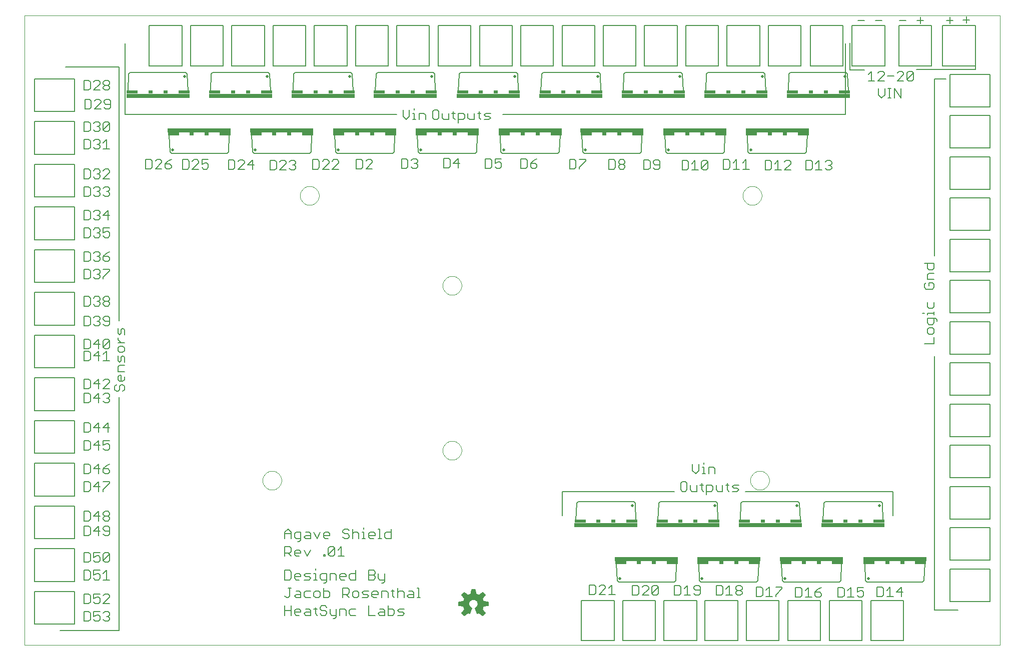
<source format=gto>
G75*
G70*
%OFA0B0*%
%FSLAX24Y24*%
%IPPOS*%
%LPD*%
%AMOC8*
5,1,8,0,0,1.08239X$1,22.5*
%
%ADD10C,0.0000*%
%ADD11C,0.0060*%
%ADD12C,0.0080*%
%ADD13C,0.0050*%
%ADD14C,0.0200*%
%ADD15R,0.4200X0.0300*%
%ADD16R,0.0750X0.0200*%
%ADD17R,0.0300X0.0200*%
%ADD18C,0.0059*%
D10*
X000353Y000353D02*
X000353Y042353D01*
X065353Y042353D01*
X065353Y000353D01*
X000353Y000353D01*
X016223Y011353D02*
X016225Y011403D01*
X016231Y011453D01*
X016241Y011502D01*
X016255Y011550D01*
X016272Y011597D01*
X016293Y011642D01*
X016318Y011686D01*
X016346Y011727D01*
X016378Y011766D01*
X016412Y011803D01*
X016449Y011837D01*
X016489Y011867D01*
X016531Y011894D01*
X016575Y011918D01*
X016621Y011939D01*
X016668Y011955D01*
X016716Y011968D01*
X016766Y011977D01*
X016815Y011982D01*
X016866Y011983D01*
X016916Y011980D01*
X016965Y011973D01*
X017014Y011962D01*
X017062Y011947D01*
X017108Y011929D01*
X017153Y011907D01*
X017196Y011881D01*
X017237Y011852D01*
X017276Y011820D01*
X017312Y011785D01*
X017344Y011747D01*
X017374Y011707D01*
X017401Y011664D01*
X017424Y011620D01*
X017443Y011574D01*
X017459Y011526D01*
X017471Y011477D01*
X017479Y011428D01*
X017483Y011378D01*
X017483Y011328D01*
X017479Y011278D01*
X017471Y011229D01*
X017459Y011180D01*
X017443Y011132D01*
X017424Y011086D01*
X017401Y011042D01*
X017374Y010999D01*
X017344Y010959D01*
X017312Y010921D01*
X017276Y010886D01*
X017237Y010854D01*
X017196Y010825D01*
X017153Y010799D01*
X017108Y010777D01*
X017062Y010759D01*
X017014Y010744D01*
X016965Y010733D01*
X016916Y010726D01*
X016866Y010723D01*
X016815Y010724D01*
X016766Y010729D01*
X016716Y010738D01*
X016668Y010751D01*
X016621Y010767D01*
X016575Y010788D01*
X016531Y010812D01*
X016489Y010839D01*
X016449Y010869D01*
X016412Y010903D01*
X016378Y010940D01*
X016346Y010979D01*
X016318Y011020D01*
X016293Y011064D01*
X016272Y011109D01*
X016255Y011156D01*
X016241Y011204D01*
X016231Y011253D01*
X016225Y011303D01*
X016223Y011353D01*
X028223Y013353D02*
X028225Y013403D01*
X028231Y013453D01*
X028241Y013502D01*
X028255Y013550D01*
X028272Y013597D01*
X028293Y013642D01*
X028318Y013686D01*
X028346Y013727D01*
X028378Y013766D01*
X028412Y013803D01*
X028449Y013837D01*
X028489Y013867D01*
X028531Y013894D01*
X028575Y013918D01*
X028621Y013939D01*
X028668Y013955D01*
X028716Y013968D01*
X028766Y013977D01*
X028815Y013982D01*
X028866Y013983D01*
X028916Y013980D01*
X028965Y013973D01*
X029014Y013962D01*
X029062Y013947D01*
X029108Y013929D01*
X029153Y013907D01*
X029196Y013881D01*
X029237Y013852D01*
X029276Y013820D01*
X029312Y013785D01*
X029344Y013747D01*
X029374Y013707D01*
X029401Y013664D01*
X029424Y013620D01*
X029443Y013574D01*
X029459Y013526D01*
X029471Y013477D01*
X029479Y013428D01*
X029483Y013378D01*
X029483Y013328D01*
X029479Y013278D01*
X029471Y013229D01*
X029459Y013180D01*
X029443Y013132D01*
X029424Y013086D01*
X029401Y013042D01*
X029374Y012999D01*
X029344Y012959D01*
X029312Y012921D01*
X029276Y012886D01*
X029237Y012854D01*
X029196Y012825D01*
X029153Y012799D01*
X029108Y012777D01*
X029062Y012759D01*
X029014Y012744D01*
X028965Y012733D01*
X028916Y012726D01*
X028866Y012723D01*
X028815Y012724D01*
X028766Y012729D01*
X028716Y012738D01*
X028668Y012751D01*
X028621Y012767D01*
X028575Y012788D01*
X028531Y012812D01*
X028489Y012839D01*
X028449Y012869D01*
X028412Y012903D01*
X028378Y012940D01*
X028346Y012979D01*
X028318Y013020D01*
X028293Y013064D01*
X028272Y013109D01*
X028255Y013156D01*
X028241Y013204D01*
X028231Y013253D01*
X028225Y013303D01*
X028223Y013353D01*
X028223Y024353D02*
X028225Y024403D01*
X028231Y024453D01*
X028241Y024502D01*
X028255Y024550D01*
X028272Y024597D01*
X028293Y024642D01*
X028318Y024686D01*
X028346Y024727D01*
X028378Y024766D01*
X028412Y024803D01*
X028449Y024837D01*
X028489Y024867D01*
X028531Y024894D01*
X028575Y024918D01*
X028621Y024939D01*
X028668Y024955D01*
X028716Y024968D01*
X028766Y024977D01*
X028815Y024982D01*
X028866Y024983D01*
X028916Y024980D01*
X028965Y024973D01*
X029014Y024962D01*
X029062Y024947D01*
X029108Y024929D01*
X029153Y024907D01*
X029196Y024881D01*
X029237Y024852D01*
X029276Y024820D01*
X029312Y024785D01*
X029344Y024747D01*
X029374Y024707D01*
X029401Y024664D01*
X029424Y024620D01*
X029443Y024574D01*
X029459Y024526D01*
X029471Y024477D01*
X029479Y024428D01*
X029483Y024378D01*
X029483Y024328D01*
X029479Y024278D01*
X029471Y024229D01*
X029459Y024180D01*
X029443Y024132D01*
X029424Y024086D01*
X029401Y024042D01*
X029374Y023999D01*
X029344Y023959D01*
X029312Y023921D01*
X029276Y023886D01*
X029237Y023854D01*
X029196Y023825D01*
X029153Y023799D01*
X029108Y023777D01*
X029062Y023759D01*
X029014Y023744D01*
X028965Y023733D01*
X028916Y023726D01*
X028866Y023723D01*
X028815Y023724D01*
X028766Y023729D01*
X028716Y023738D01*
X028668Y023751D01*
X028621Y023767D01*
X028575Y023788D01*
X028531Y023812D01*
X028489Y023839D01*
X028449Y023869D01*
X028412Y023903D01*
X028378Y023940D01*
X028346Y023979D01*
X028318Y024020D01*
X028293Y024064D01*
X028272Y024109D01*
X028255Y024156D01*
X028241Y024204D01*
X028231Y024253D01*
X028225Y024303D01*
X028223Y024353D01*
X018723Y030353D02*
X018725Y030403D01*
X018731Y030453D01*
X018741Y030502D01*
X018755Y030550D01*
X018772Y030597D01*
X018793Y030642D01*
X018818Y030686D01*
X018846Y030727D01*
X018878Y030766D01*
X018912Y030803D01*
X018949Y030837D01*
X018989Y030867D01*
X019031Y030894D01*
X019075Y030918D01*
X019121Y030939D01*
X019168Y030955D01*
X019216Y030968D01*
X019266Y030977D01*
X019315Y030982D01*
X019366Y030983D01*
X019416Y030980D01*
X019465Y030973D01*
X019514Y030962D01*
X019562Y030947D01*
X019608Y030929D01*
X019653Y030907D01*
X019696Y030881D01*
X019737Y030852D01*
X019776Y030820D01*
X019812Y030785D01*
X019844Y030747D01*
X019874Y030707D01*
X019901Y030664D01*
X019924Y030620D01*
X019943Y030574D01*
X019959Y030526D01*
X019971Y030477D01*
X019979Y030428D01*
X019983Y030378D01*
X019983Y030328D01*
X019979Y030278D01*
X019971Y030229D01*
X019959Y030180D01*
X019943Y030132D01*
X019924Y030086D01*
X019901Y030042D01*
X019874Y029999D01*
X019844Y029959D01*
X019812Y029921D01*
X019776Y029886D01*
X019737Y029854D01*
X019696Y029825D01*
X019653Y029799D01*
X019608Y029777D01*
X019562Y029759D01*
X019514Y029744D01*
X019465Y029733D01*
X019416Y029726D01*
X019366Y029723D01*
X019315Y029724D01*
X019266Y029729D01*
X019216Y029738D01*
X019168Y029751D01*
X019121Y029767D01*
X019075Y029788D01*
X019031Y029812D01*
X018989Y029839D01*
X018949Y029869D01*
X018912Y029903D01*
X018878Y029940D01*
X018846Y029979D01*
X018818Y030020D01*
X018793Y030064D01*
X018772Y030109D01*
X018755Y030156D01*
X018741Y030204D01*
X018731Y030253D01*
X018725Y030303D01*
X018723Y030353D01*
X048223Y030353D02*
X048225Y030403D01*
X048231Y030453D01*
X048241Y030502D01*
X048255Y030550D01*
X048272Y030597D01*
X048293Y030642D01*
X048318Y030686D01*
X048346Y030727D01*
X048378Y030766D01*
X048412Y030803D01*
X048449Y030837D01*
X048489Y030867D01*
X048531Y030894D01*
X048575Y030918D01*
X048621Y030939D01*
X048668Y030955D01*
X048716Y030968D01*
X048766Y030977D01*
X048815Y030982D01*
X048866Y030983D01*
X048916Y030980D01*
X048965Y030973D01*
X049014Y030962D01*
X049062Y030947D01*
X049108Y030929D01*
X049153Y030907D01*
X049196Y030881D01*
X049237Y030852D01*
X049276Y030820D01*
X049312Y030785D01*
X049344Y030747D01*
X049374Y030707D01*
X049401Y030664D01*
X049424Y030620D01*
X049443Y030574D01*
X049459Y030526D01*
X049471Y030477D01*
X049479Y030428D01*
X049483Y030378D01*
X049483Y030328D01*
X049479Y030278D01*
X049471Y030229D01*
X049459Y030180D01*
X049443Y030132D01*
X049424Y030086D01*
X049401Y030042D01*
X049374Y029999D01*
X049344Y029959D01*
X049312Y029921D01*
X049276Y029886D01*
X049237Y029854D01*
X049196Y029825D01*
X049153Y029799D01*
X049108Y029777D01*
X049062Y029759D01*
X049014Y029744D01*
X048965Y029733D01*
X048916Y029726D01*
X048866Y029723D01*
X048815Y029724D01*
X048766Y029729D01*
X048716Y029738D01*
X048668Y029751D01*
X048621Y029767D01*
X048575Y029788D01*
X048531Y029812D01*
X048489Y029839D01*
X048449Y029869D01*
X048412Y029903D01*
X048378Y029940D01*
X048346Y029979D01*
X048318Y030020D01*
X048293Y030064D01*
X048272Y030109D01*
X048255Y030156D01*
X048241Y030204D01*
X048231Y030253D01*
X048225Y030303D01*
X048223Y030353D01*
X048723Y011353D02*
X048725Y011403D01*
X048731Y011453D01*
X048741Y011502D01*
X048755Y011550D01*
X048772Y011597D01*
X048793Y011642D01*
X048818Y011686D01*
X048846Y011727D01*
X048878Y011766D01*
X048912Y011803D01*
X048949Y011837D01*
X048989Y011867D01*
X049031Y011894D01*
X049075Y011918D01*
X049121Y011939D01*
X049168Y011955D01*
X049216Y011968D01*
X049266Y011977D01*
X049315Y011982D01*
X049366Y011983D01*
X049416Y011980D01*
X049465Y011973D01*
X049514Y011962D01*
X049562Y011947D01*
X049608Y011929D01*
X049653Y011907D01*
X049696Y011881D01*
X049737Y011852D01*
X049776Y011820D01*
X049812Y011785D01*
X049844Y011747D01*
X049874Y011707D01*
X049901Y011664D01*
X049924Y011620D01*
X049943Y011574D01*
X049959Y011526D01*
X049971Y011477D01*
X049979Y011428D01*
X049983Y011378D01*
X049983Y011328D01*
X049979Y011278D01*
X049971Y011229D01*
X049959Y011180D01*
X049943Y011132D01*
X049924Y011086D01*
X049901Y011042D01*
X049874Y010999D01*
X049844Y010959D01*
X049812Y010921D01*
X049776Y010886D01*
X049737Y010854D01*
X049696Y010825D01*
X049653Y010799D01*
X049608Y010777D01*
X049562Y010759D01*
X049514Y010744D01*
X049465Y010733D01*
X049416Y010726D01*
X049366Y010723D01*
X049315Y010724D01*
X049266Y010729D01*
X049216Y010738D01*
X049168Y010751D01*
X049121Y010767D01*
X049075Y010788D01*
X049031Y010812D01*
X048989Y010839D01*
X048949Y010869D01*
X048912Y010903D01*
X048878Y010940D01*
X048846Y010979D01*
X048818Y011020D01*
X048793Y011064D01*
X048772Y011109D01*
X048755Y011156D01*
X048741Y011204D01*
X048731Y011253D01*
X048725Y011303D01*
X048723Y011353D01*
D11*
X047948Y011046D02*
X047628Y011046D01*
X047521Y010939D01*
X047628Y010832D01*
X047841Y010832D01*
X047948Y010726D01*
X047841Y010619D01*
X047521Y010619D01*
X047305Y010619D02*
X047198Y010726D01*
X047198Y011153D01*
X047091Y011046D02*
X047305Y011046D01*
X046874Y011046D02*
X046874Y010619D01*
X046554Y010619D01*
X046447Y010726D01*
X046447Y011046D01*
X046229Y010939D02*
X046229Y010726D01*
X046123Y010619D01*
X045802Y010619D01*
X045802Y010405D02*
X045802Y011046D01*
X046123Y011046D01*
X046229Y010939D01*
X045586Y011046D02*
X045373Y011046D01*
X045479Y011153D02*
X045479Y010726D01*
X045586Y010619D01*
X045155Y010619D02*
X045155Y011046D01*
X044728Y011046D02*
X044728Y010726D01*
X044835Y010619D01*
X045155Y010619D01*
X044511Y010726D02*
X044511Y011153D01*
X044404Y011259D01*
X044190Y011259D01*
X044084Y011153D01*
X044084Y010726D01*
X044190Y010619D01*
X044404Y010619D01*
X044511Y010726D01*
X045084Y011800D02*
X045298Y012014D01*
X045298Y012441D01*
X045516Y012227D02*
X045622Y012227D01*
X045622Y011800D01*
X045516Y011800D02*
X045729Y011800D01*
X045945Y011800D02*
X045945Y012227D01*
X046265Y012227D01*
X046372Y012120D01*
X046372Y011800D01*
X045622Y012441D02*
X045622Y012547D01*
X044871Y012441D02*
X044871Y012014D01*
X045084Y011800D01*
X046427Y009923D02*
X042727Y009923D01*
X042627Y009823D01*
X042577Y008673D01*
X041107Y008673D02*
X041057Y009823D01*
X040957Y009923D01*
X037257Y009923D01*
X037157Y009823D01*
X037107Y008673D01*
X039804Y005803D02*
X039854Y004653D01*
X039954Y004553D01*
X043654Y004553D01*
X043754Y004653D01*
X043804Y005803D01*
X045280Y005803D02*
X045330Y004653D01*
X045430Y004553D01*
X049130Y004553D01*
X049230Y004653D01*
X049280Y005803D01*
X050809Y005803D02*
X050859Y004653D01*
X050959Y004553D01*
X054659Y004553D01*
X054759Y004653D01*
X054809Y005803D01*
X056349Y005803D02*
X056399Y004653D01*
X056499Y004553D01*
X060199Y004553D01*
X060299Y004653D01*
X060349Y005803D01*
X058783Y004232D02*
X058463Y003912D01*
X058890Y003912D01*
X058783Y004232D02*
X058783Y003591D01*
X058246Y003591D02*
X057819Y003591D01*
X058032Y003591D02*
X058032Y004232D01*
X057819Y004018D01*
X057601Y004125D02*
X057494Y004232D01*
X057174Y004232D01*
X057174Y003591D01*
X057494Y003591D01*
X057601Y003698D01*
X057601Y004125D01*
X056272Y004212D02*
X055845Y004212D01*
X055845Y003892D01*
X056059Y003999D01*
X056165Y003999D01*
X056272Y003892D01*
X056272Y003678D01*
X056165Y003572D01*
X055952Y003572D01*
X055845Y003678D01*
X055628Y003572D02*
X055201Y003572D01*
X055414Y003572D02*
X055414Y004212D01*
X055201Y003999D01*
X054983Y004106D02*
X054983Y003678D01*
X054876Y003572D01*
X054556Y003572D01*
X054556Y004212D01*
X054876Y004212D01*
X054983Y004106D01*
X053457Y004212D02*
X053244Y004106D01*
X053030Y003892D01*
X053350Y003892D01*
X053457Y003785D01*
X053457Y003678D01*
X053350Y003572D01*
X053137Y003572D01*
X053030Y003678D01*
X053030Y003892D01*
X052813Y003572D02*
X052386Y003572D01*
X052599Y003572D02*
X052599Y004212D01*
X052386Y003999D01*
X052168Y004106D02*
X052061Y004212D01*
X051741Y004212D01*
X051741Y003572D01*
X052061Y003572D01*
X052168Y003678D01*
X052168Y004106D01*
X050839Y004145D02*
X050412Y003718D01*
X050412Y003611D01*
X050194Y003611D02*
X049767Y003611D01*
X049981Y003611D02*
X049981Y004252D01*
X049767Y004038D01*
X049550Y004145D02*
X049443Y004252D01*
X049123Y004252D01*
X049123Y003611D01*
X049443Y003611D01*
X049550Y003718D01*
X049550Y004145D01*
X050412Y004252D02*
X050839Y004252D01*
X050839Y004145D01*
X048181Y004117D02*
X048075Y004010D01*
X047861Y004010D01*
X047754Y004117D01*
X047754Y004224D01*
X047861Y004330D01*
X048075Y004330D01*
X048181Y004224D01*
X048181Y004117D01*
X048075Y004010D02*
X048181Y003903D01*
X048181Y003797D01*
X048075Y003690D01*
X047861Y003690D01*
X047754Y003797D01*
X047754Y003903D01*
X047861Y004010D01*
X047537Y003690D02*
X047110Y003690D01*
X047323Y003690D02*
X047323Y004330D01*
X047110Y004117D01*
X046892Y004224D02*
X046786Y004330D01*
X046465Y004330D01*
X046465Y003690D01*
X046786Y003690D01*
X046892Y003797D01*
X046892Y004224D01*
X045386Y004243D02*
X045386Y003816D01*
X045279Y003710D01*
X045066Y003710D01*
X044959Y003816D01*
X045066Y004030D02*
X045386Y004030D01*
X045386Y004243D02*
X045279Y004350D01*
X045066Y004350D01*
X044959Y004243D01*
X044959Y004137D01*
X045066Y004030D01*
X044742Y003710D02*
X044315Y003710D01*
X044528Y003710D02*
X044528Y004350D01*
X044315Y004137D01*
X044097Y004243D02*
X043990Y004350D01*
X043670Y004350D01*
X043670Y003710D01*
X043990Y003710D01*
X044097Y003816D01*
X044097Y004243D01*
X042591Y004224D02*
X042164Y003797D01*
X042271Y003690D01*
X042484Y003690D01*
X042591Y003797D01*
X042591Y004224D01*
X042484Y004330D01*
X042271Y004330D01*
X042164Y004224D01*
X042164Y003797D01*
X041946Y003690D02*
X041519Y003690D01*
X041946Y004117D01*
X041946Y004224D01*
X041840Y004330D01*
X041626Y004330D01*
X041519Y004224D01*
X041302Y004224D02*
X041302Y003797D01*
X041195Y003690D01*
X040875Y003690D01*
X040875Y004330D01*
X041195Y004330D01*
X041302Y004224D01*
X039717Y003729D02*
X039290Y003729D01*
X039503Y003729D02*
X039503Y004370D01*
X039290Y004156D01*
X039072Y004156D02*
X039072Y004263D01*
X038966Y004370D01*
X038752Y004370D01*
X038645Y004263D01*
X038428Y004263D02*
X038321Y004370D01*
X038001Y004370D01*
X038001Y003729D01*
X038321Y003729D01*
X038428Y003836D01*
X038428Y004263D01*
X038645Y003729D02*
X039072Y004156D01*
X039072Y003729D02*
X038645Y003729D01*
X046577Y008673D02*
X046527Y009823D01*
X046427Y009923D01*
X048098Y009823D02*
X048048Y008673D01*
X048098Y009823D02*
X048198Y009923D01*
X051898Y009923D01*
X051998Y009823D01*
X052048Y008673D01*
X053571Y008673D02*
X053621Y009823D01*
X053721Y009923D01*
X057421Y009923D01*
X057521Y009823D01*
X057571Y008673D01*
X060312Y020461D02*
X060953Y020461D01*
X060953Y020889D01*
X060846Y021106D02*
X060953Y021213D01*
X060953Y021426D01*
X060846Y021533D01*
X060632Y021533D01*
X060526Y021426D01*
X060526Y021213D01*
X060632Y021106D01*
X060846Y021106D01*
X060846Y021751D02*
X060953Y021857D01*
X060953Y022178D01*
X061059Y022178D02*
X060526Y022178D01*
X060526Y021857D01*
X060632Y021751D01*
X060846Y021751D01*
X061166Y021964D02*
X061166Y022071D01*
X061059Y022178D01*
X060953Y022395D02*
X060953Y022609D01*
X060953Y022502D02*
X060526Y022502D01*
X060526Y022395D01*
X060312Y022502D02*
X060205Y022502D01*
X060632Y022825D02*
X060846Y022825D01*
X060953Y022931D01*
X060953Y023252D01*
X060526Y023252D02*
X060526Y022931D01*
X060632Y022825D01*
X060419Y024114D02*
X060846Y024114D01*
X060953Y024221D01*
X060953Y024434D01*
X060846Y024541D01*
X060632Y024541D01*
X060632Y024327D01*
X060419Y024114D02*
X060312Y024221D01*
X060312Y024434D01*
X060419Y024541D01*
X060526Y024758D02*
X060526Y025079D01*
X060632Y025185D01*
X060953Y025185D01*
X060846Y025403D02*
X060632Y025403D01*
X060526Y025510D01*
X060526Y025830D01*
X060312Y025830D02*
X060953Y025830D01*
X060953Y025510D01*
X060846Y025403D01*
X060953Y024758D02*
X060526Y024758D01*
X054039Y032056D02*
X053826Y032056D01*
X053719Y032163D01*
X053502Y032056D02*
X053075Y032056D01*
X053288Y032056D02*
X053288Y032696D01*
X053075Y032483D01*
X052857Y032590D02*
X052857Y032163D01*
X052750Y032056D01*
X052430Y032056D01*
X052430Y032696D01*
X052750Y032696D01*
X052857Y032590D01*
X052372Y033153D02*
X048672Y033153D01*
X048572Y033253D01*
X048522Y034403D01*
X047028Y034403D02*
X046978Y033253D01*
X046878Y033153D01*
X043178Y033153D01*
X043078Y033253D01*
X043028Y034403D01*
X041508Y034403D02*
X041458Y033253D01*
X041358Y033153D01*
X037658Y033153D01*
X037558Y033253D01*
X037508Y034403D01*
X036054Y034403D02*
X036004Y033253D01*
X035904Y033153D01*
X032204Y033153D01*
X032104Y033253D01*
X032054Y034403D01*
X031306Y035422D02*
X031413Y035529D01*
X031306Y035636D01*
X031092Y035636D01*
X030986Y035742D01*
X031092Y035849D01*
X031413Y035849D01*
X031306Y035422D02*
X030986Y035422D01*
X030769Y035422D02*
X030663Y035529D01*
X030663Y035956D01*
X030769Y035849D02*
X030556Y035849D01*
X030338Y035849D02*
X030338Y035422D01*
X030018Y035422D01*
X029911Y035529D01*
X029911Y035849D01*
X029694Y035742D02*
X029694Y035529D01*
X029587Y035422D01*
X029267Y035422D01*
X029267Y035209D02*
X029267Y035849D01*
X029587Y035849D01*
X029694Y035742D01*
X029051Y035849D02*
X028837Y035849D01*
X028944Y035956D02*
X028944Y035529D01*
X029051Y035422D01*
X028620Y035422D02*
X028620Y035849D01*
X028620Y035422D02*
X028299Y035422D01*
X028193Y035529D01*
X028193Y035849D01*
X027975Y035956D02*
X027975Y035529D01*
X027868Y035422D01*
X027655Y035422D01*
X027548Y035529D01*
X027548Y035956D01*
X027655Y036063D01*
X027868Y036063D01*
X027975Y035956D01*
X027081Y035742D02*
X027081Y035422D01*
X027081Y035742D02*
X026974Y035849D01*
X026654Y035849D01*
X026654Y035422D01*
X026438Y035422D02*
X026224Y035422D01*
X026331Y035422D02*
X026331Y035849D01*
X026224Y035849D01*
X026331Y036063D02*
X026331Y036169D01*
X026007Y036063D02*
X026007Y035636D01*
X025793Y035422D01*
X025580Y035636D01*
X025580Y036063D01*
X023735Y037303D02*
X023785Y038453D01*
X023885Y038553D01*
X027585Y038553D01*
X027685Y038453D01*
X027735Y037303D01*
X029272Y037303D02*
X029322Y038453D01*
X029422Y038553D01*
X033122Y038553D01*
X033222Y038453D01*
X033272Y037303D01*
X034776Y037303D02*
X034826Y038453D01*
X034926Y038553D01*
X038626Y038553D01*
X038726Y038453D01*
X038776Y037303D01*
X040258Y037303D02*
X040308Y038453D01*
X040408Y038553D01*
X044108Y038553D01*
X044208Y038453D01*
X044258Y037303D01*
X045758Y037303D02*
X045808Y038453D01*
X045908Y038553D01*
X049608Y038553D01*
X049708Y038453D01*
X049758Y037303D01*
X051258Y037303D02*
X051308Y038453D01*
X051408Y038553D01*
X055108Y038553D01*
X055208Y038453D01*
X055258Y037303D01*
X056584Y038001D02*
X057011Y038001D01*
X056797Y038001D02*
X056797Y038641D01*
X056584Y038428D01*
X057228Y038535D02*
X057335Y038641D01*
X057548Y038641D01*
X057655Y038535D01*
X057655Y038428D01*
X057228Y038001D01*
X057655Y038001D01*
X057873Y038321D02*
X058300Y038321D01*
X058517Y038535D02*
X058624Y038641D01*
X058837Y038641D01*
X058944Y038535D01*
X058944Y038428D01*
X058517Y038001D01*
X058944Y038001D01*
X059162Y038108D02*
X059589Y038535D01*
X059589Y038108D01*
X059482Y038001D01*
X059268Y038001D01*
X059162Y038108D01*
X059162Y038535D01*
X059268Y038641D01*
X059482Y038641D01*
X059589Y038535D01*
X058754Y037500D02*
X058754Y036859D01*
X058327Y037500D01*
X058327Y036859D01*
X058111Y036859D02*
X057897Y036859D01*
X058004Y036859D02*
X058004Y037500D01*
X057897Y037500D02*
X058111Y037500D01*
X057680Y037500D02*
X057680Y037073D01*
X057466Y036859D01*
X057253Y037073D01*
X057253Y037500D01*
X052522Y034403D02*
X052472Y033253D01*
X052372Y033153D01*
X051430Y032590D02*
X051323Y032696D01*
X051109Y032696D01*
X051003Y032590D01*
X051430Y032590D02*
X051430Y032483D01*
X051003Y032056D01*
X051430Y032056D01*
X050785Y032056D02*
X050358Y032056D01*
X050571Y032056D02*
X050571Y032696D01*
X050358Y032483D01*
X050140Y032590D02*
X050140Y032163D01*
X050034Y032056D01*
X049713Y032056D01*
X049713Y032696D01*
X050034Y032696D01*
X050140Y032590D01*
X048654Y032115D02*
X048227Y032115D01*
X048440Y032115D02*
X048440Y032756D01*
X048227Y032542D01*
X048009Y032115D02*
X047582Y032115D01*
X047796Y032115D02*
X047796Y032756D01*
X047582Y032542D01*
X047365Y032649D02*
X047258Y032756D01*
X046938Y032756D01*
X046938Y032115D01*
X047258Y032115D01*
X047365Y032222D01*
X047365Y032649D01*
X045898Y032590D02*
X045471Y032163D01*
X045578Y032056D01*
X045791Y032056D01*
X045898Y032163D01*
X045898Y032590D01*
X045791Y032696D01*
X045578Y032696D01*
X045471Y032590D01*
X045471Y032163D01*
X045254Y032056D02*
X044826Y032056D01*
X045040Y032056D02*
X045040Y032696D01*
X044826Y032483D01*
X044609Y032590D02*
X044502Y032696D01*
X044182Y032696D01*
X044182Y032056D01*
X044502Y032056D01*
X044609Y032163D01*
X044609Y032590D01*
X042694Y032629D02*
X042694Y032202D01*
X042588Y032095D01*
X042374Y032095D01*
X042267Y032202D01*
X042050Y032202D02*
X042050Y032629D01*
X041943Y032736D01*
X041623Y032736D01*
X041623Y032095D01*
X041943Y032095D01*
X042050Y032202D01*
X042267Y032522D02*
X042374Y032416D01*
X042694Y032416D01*
X042694Y032629D02*
X042588Y032736D01*
X042374Y032736D01*
X042267Y032629D01*
X042267Y032522D01*
X040372Y032542D02*
X040265Y032435D01*
X040051Y032435D01*
X039945Y032542D01*
X039945Y032649D01*
X040051Y032756D01*
X040265Y032756D01*
X040372Y032649D01*
X040372Y032542D01*
X040265Y032435D02*
X040372Y032329D01*
X040372Y032222D01*
X040265Y032115D01*
X040051Y032115D01*
X039945Y032222D01*
X039945Y032329D01*
X040051Y032435D01*
X039727Y032222D02*
X039727Y032649D01*
X039620Y032756D01*
X039300Y032756D01*
X039300Y032115D01*
X039620Y032115D01*
X039727Y032222D01*
X037753Y032668D02*
X037326Y032241D01*
X037326Y032135D01*
X037109Y032241D02*
X037109Y032668D01*
X037002Y032775D01*
X036682Y032775D01*
X036682Y032135D01*
X037002Y032135D01*
X037109Y032241D01*
X037326Y032775D02*
X037753Y032775D01*
X037753Y032668D01*
X034505Y032815D02*
X034292Y032708D01*
X034078Y032494D01*
X034399Y032494D01*
X034505Y032388D01*
X034505Y032281D01*
X034399Y032174D01*
X034185Y032174D01*
X034078Y032281D01*
X034078Y032494D01*
X033861Y032281D02*
X033861Y032708D01*
X033754Y032815D01*
X033434Y032815D01*
X033434Y032174D01*
X033754Y032174D01*
X033861Y032281D01*
X032143Y032281D02*
X032036Y032174D01*
X031823Y032174D01*
X031716Y032281D01*
X031716Y032494D02*
X031930Y032601D01*
X032036Y032601D01*
X032143Y032494D01*
X032143Y032281D01*
X031716Y032494D02*
X031716Y032815D01*
X032143Y032815D01*
X031499Y032708D02*
X031499Y032281D01*
X031392Y032174D01*
X031072Y032174D01*
X031072Y032815D01*
X031392Y032815D01*
X031499Y032708D01*
X030480Y033253D02*
X030530Y034403D01*
X030480Y033253D02*
X030380Y033153D01*
X026680Y033153D01*
X026580Y033253D01*
X026530Y034403D01*
X025028Y034403D02*
X024978Y033253D01*
X024878Y033153D01*
X021178Y033153D01*
X021078Y033253D01*
X021028Y034403D01*
X019508Y034403D02*
X019458Y033253D01*
X019358Y033153D01*
X015658Y033153D01*
X015558Y033253D01*
X015508Y034403D01*
X014008Y034403D02*
X013958Y033253D01*
X013858Y033153D01*
X010158Y033153D01*
X010058Y033253D01*
X010008Y034403D01*
X010150Y032775D02*
X009936Y032668D01*
X009723Y032455D01*
X010043Y032455D01*
X010150Y032348D01*
X010150Y032241D01*
X010043Y032135D01*
X009830Y032135D01*
X009723Y032241D01*
X009723Y032455D01*
X009505Y032562D02*
X009505Y032668D01*
X009399Y032775D01*
X009185Y032775D01*
X009078Y032668D01*
X008861Y032668D02*
X008754Y032775D01*
X008434Y032775D01*
X008434Y032135D01*
X008754Y032135D01*
X008861Y032241D01*
X008861Y032668D01*
X009078Y032135D02*
X009505Y032562D01*
X009505Y032135D02*
X009078Y032135D01*
X010895Y032115D02*
X011215Y032115D01*
X011322Y032222D01*
X011322Y032649D01*
X011215Y032756D01*
X010895Y032756D01*
X010895Y032115D01*
X011539Y032115D02*
X011966Y032542D01*
X011966Y032649D01*
X011859Y032756D01*
X011646Y032756D01*
X011539Y032649D01*
X011539Y032115D02*
X011966Y032115D01*
X012184Y032222D02*
X012290Y032115D01*
X012504Y032115D01*
X012611Y032222D01*
X012611Y032435D01*
X012504Y032542D01*
X012397Y032542D01*
X012184Y032435D01*
X012184Y032756D01*
X012611Y032756D01*
X013946Y032736D02*
X013946Y032095D01*
X014266Y032095D01*
X014373Y032202D01*
X014373Y032629D01*
X014266Y032736D01*
X013946Y032736D01*
X014590Y032629D02*
X014697Y032736D01*
X014911Y032736D01*
X015017Y032629D01*
X015017Y032522D01*
X014590Y032095D01*
X015017Y032095D01*
X015235Y032416D02*
X015555Y032736D01*
X015555Y032095D01*
X015662Y032416D02*
X015235Y032416D01*
X016721Y032716D02*
X016721Y032076D01*
X017042Y032076D01*
X017148Y032182D01*
X017148Y032609D01*
X017042Y032716D01*
X016721Y032716D01*
X017366Y032609D02*
X017473Y032716D01*
X017686Y032716D01*
X017793Y032609D01*
X017793Y032503D01*
X017366Y032076D01*
X017793Y032076D01*
X018010Y032182D02*
X018117Y032076D01*
X018331Y032076D01*
X018437Y032182D01*
X018437Y032289D01*
X018331Y032396D01*
X018224Y032396D01*
X018331Y032396D02*
X018437Y032503D01*
X018437Y032609D01*
X018331Y032716D01*
X018117Y032716D01*
X018010Y032609D01*
X019576Y032756D02*
X019576Y032115D01*
X019896Y032115D01*
X020003Y032222D01*
X020003Y032649D01*
X019896Y032756D01*
X019576Y032756D01*
X020220Y032649D02*
X020327Y032756D01*
X020540Y032756D01*
X020647Y032649D01*
X020647Y032542D01*
X020220Y032115D01*
X020647Y032115D01*
X020865Y032115D02*
X021292Y032542D01*
X021292Y032649D01*
X021185Y032756D01*
X020971Y032756D01*
X020865Y032649D01*
X020865Y032115D02*
X021292Y032115D01*
X022469Y032135D02*
X022790Y032135D01*
X022896Y032241D01*
X022896Y032668D01*
X022790Y032775D01*
X022469Y032775D01*
X022469Y032135D01*
X023114Y032135D02*
X023541Y032562D01*
X023541Y032668D01*
X023434Y032775D01*
X023221Y032775D01*
X023114Y032668D01*
X023114Y032135D02*
X023541Y032135D01*
X025481Y032174D02*
X025801Y032174D01*
X025908Y032281D01*
X025908Y032708D01*
X025801Y032815D01*
X025481Y032815D01*
X025481Y032174D01*
X026126Y032281D02*
X026232Y032174D01*
X026446Y032174D01*
X026553Y032281D01*
X026553Y032388D01*
X026446Y032494D01*
X026339Y032494D01*
X026446Y032494D02*
X026553Y032601D01*
X026553Y032708D01*
X026446Y032815D01*
X026232Y032815D01*
X026126Y032708D01*
X028296Y032834D02*
X028296Y032194D01*
X028616Y032194D01*
X028723Y032300D01*
X028723Y032728D01*
X028616Y032834D01*
X028296Y032834D01*
X028941Y032514D02*
X029368Y032514D01*
X029261Y032834D02*
X028941Y032514D01*
X029261Y032194D02*
X029261Y032834D01*
X022258Y037303D02*
X022208Y038453D01*
X022108Y038553D01*
X018408Y038553D01*
X018308Y038453D01*
X018258Y037303D01*
X016758Y037303D02*
X016708Y038453D01*
X016608Y038553D01*
X012908Y038553D01*
X012808Y038453D01*
X012758Y037303D01*
X011258Y037303D02*
X011208Y038453D01*
X011108Y038553D01*
X007408Y038553D01*
X007308Y038453D01*
X007258Y037303D01*
X006036Y037497D02*
X005929Y037391D01*
X005716Y037391D01*
X005609Y037497D01*
X005609Y037604D01*
X005716Y037711D01*
X005929Y037711D01*
X006036Y037604D01*
X006036Y037497D01*
X005929Y037711D02*
X006036Y037818D01*
X006036Y037924D01*
X005929Y038031D01*
X005716Y038031D01*
X005609Y037924D01*
X005609Y037818D01*
X005716Y037711D01*
X005391Y037818D02*
X005391Y037924D01*
X005285Y038031D01*
X005071Y038031D01*
X004964Y037924D01*
X004747Y037924D02*
X004640Y038031D01*
X004320Y038031D01*
X004320Y037391D01*
X004640Y037391D01*
X004747Y037497D01*
X004747Y037924D01*
X004964Y037391D02*
X005391Y037818D01*
X005391Y037391D02*
X004964Y037391D01*
X005130Y036771D02*
X005023Y036665D01*
X005130Y036771D02*
X005344Y036771D01*
X005450Y036665D01*
X005450Y036558D01*
X005023Y036131D01*
X005450Y036131D01*
X005668Y036238D02*
X005775Y036131D01*
X005988Y036131D01*
X006095Y036238D01*
X006095Y036665D01*
X005988Y036771D01*
X005775Y036771D01*
X005668Y036665D01*
X005668Y036558D01*
X005775Y036451D01*
X006095Y036451D01*
X004806Y036238D02*
X004806Y036665D01*
X004699Y036771D01*
X004379Y036771D01*
X004379Y036131D01*
X004699Y036131D01*
X004806Y036238D01*
X004640Y035275D02*
X004320Y035275D01*
X004320Y034635D01*
X004640Y034635D01*
X004747Y034741D01*
X004747Y035169D01*
X004640Y035275D01*
X004964Y035169D02*
X005071Y035275D01*
X005285Y035275D01*
X005391Y035169D01*
X005391Y035062D01*
X005285Y034955D01*
X005391Y034848D01*
X005391Y034741D01*
X005285Y034635D01*
X005071Y034635D01*
X004964Y034741D01*
X005178Y034955D02*
X005285Y034955D01*
X005609Y034741D02*
X005609Y035169D01*
X005716Y035275D01*
X005929Y035275D01*
X006036Y035169D01*
X005609Y034741D01*
X005716Y034635D01*
X005929Y034635D01*
X006036Y034741D01*
X006036Y035169D01*
X005822Y034094D02*
X005822Y033454D01*
X005609Y033454D02*
X006036Y033454D01*
X005609Y033881D02*
X005822Y034094D01*
X005391Y033987D02*
X005391Y033881D01*
X005285Y033774D01*
X005391Y033667D01*
X005391Y033560D01*
X005285Y033454D01*
X005071Y033454D01*
X004964Y033560D01*
X004747Y033560D02*
X004747Y033987D01*
X004640Y034094D01*
X004320Y034094D01*
X004320Y033454D01*
X004640Y033454D01*
X004747Y033560D01*
X004964Y033987D02*
X005071Y034094D01*
X005285Y034094D01*
X005391Y033987D01*
X005285Y033774D02*
X005178Y033774D01*
X005071Y032126D02*
X005285Y032126D01*
X005391Y032019D01*
X005391Y031912D01*
X005285Y031805D01*
X005391Y031699D01*
X005391Y031592D01*
X005285Y031485D01*
X005071Y031485D01*
X004964Y031592D01*
X004747Y031592D02*
X004747Y032019D01*
X004640Y032126D01*
X004320Y032126D01*
X004320Y031485D01*
X004640Y031485D01*
X004747Y031592D01*
X004964Y032019D02*
X005071Y032126D01*
X005178Y031805D02*
X005285Y031805D01*
X005609Y032019D02*
X005716Y032126D01*
X005929Y032126D01*
X006036Y032019D01*
X006036Y031912D01*
X005609Y031485D01*
X006036Y031485D01*
X005929Y030945D02*
X005716Y030945D01*
X005609Y030838D01*
X005391Y030838D02*
X005391Y030731D01*
X005285Y030624D01*
X005391Y030518D01*
X005391Y030411D01*
X005285Y030304D01*
X005071Y030304D01*
X004964Y030411D01*
X004747Y030411D02*
X004747Y030838D01*
X004640Y030945D01*
X004320Y030945D01*
X004320Y030304D01*
X004640Y030304D01*
X004747Y030411D01*
X004964Y030838D02*
X005071Y030945D01*
X005285Y030945D01*
X005391Y030838D01*
X005285Y030624D02*
X005178Y030624D01*
X005609Y030411D02*
X005716Y030304D01*
X005929Y030304D01*
X006036Y030411D01*
X006036Y030518D01*
X005929Y030624D01*
X005822Y030624D01*
X005929Y030624D02*
X006036Y030731D01*
X006036Y030838D01*
X005929Y030945D01*
X005929Y029370D02*
X005609Y029049D01*
X006036Y029049D01*
X005929Y028729D02*
X005929Y029370D01*
X005391Y029263D02*
X005391Y029156D01*
X005285Y029049D01*
X005391Y028943D01*
X005391Y028836D01*
X005285Y028729D01*
X005071Y028729D01*
X004964Y028836D01*
X004747Y028836D02*
X004747Y029263D01*
X004640Y029370D01*
X004320Y029370D01*
X004320Y028729D01*
X004640Y028729D01*
X004747Y028836D01*
X004964Y029263D02*
X005071Y029370D01*
X005285Y029370D01*
X005391Y029263D01*
X005285Y029049D02*
X005178Y029049D01*
X005071Y028189D02*
X005285Y028189D01*
X005391Y028082D01*
X005391Y027975D01*
X005285Y027868D01*
X005391Y027762D01*
X005391Y027655D01*
X005285Y027548D01*
X005071Y027548D01*
X004964Y027655D01*
X004747Y027655D02*
X004747Y028082D01*
X004640Y028189D01*
X004320Y028189D01*
X004320Y027548D01*
X004640Y027548D01*
X004747Y027655D01*
X004964Y028082D02*
X005071Y028189D01*
X005178Y027868D02*
X005285Y027868D01*
X005609Y027868D02*
X005822Y027975D01*
X005929Y027975D01*
X006036Y027868D01*
X006036Y027655D01*
X005929Y027548D01*
X005716Y027548D01*
X005609Y027655D01*
X005609Y027868D02*
X005609Y028189D01*
X006036Y028189D01*
X006036Y026614D02*
X005822Y026507D01*
X005609Y026294D01*
X005929Y026294D01*
X006036Y026187D01*
X006036Y026080D01*
X005929Y025973D01*
X005716Y025973D01*
X005609Y026080D01*
X005609Y026294D01*
X005391Y026400D02*
X005285Y026294D01*
X005391Y026187D01*
X005391Y026080D01*
X005285Y025973D01*
X005071Y025973D01*
X004964Y026080D01*
X004747Y026080D02*
X004747Y026507D01*
X004640Y026614D01*
X004320Y026614D01*
X004320Y025973D01*
X004640Y025973D01*
X004747Y026080D01*
X004964Y026507D02*
X005071Y026614D01*
X005285Y026614D01*
X005391Y026507D01*
X005391Y026400D01*
X005285Y026294D02*
X005178Y026294D01*
X005071Y025433D02*
X005285Y025433D01*
X005391Y025326D01*
X005391Y025219D01*
X005285Y025112D01*
X005391Y025006D01*
X005391Y024899D01*
X005285Y024792D01*
X005071Y024792D01*
X004964Y024899D01*
X004747Y024899D02*
X004747Y025326D01*
X004640Y025433D01*
X004320Y025433D01*
X004320Y024792D01*
X004640Y024792D01*
X004747Y024899D01*
X004964Y025326D02*
X005071Y025433D01*
X005178Y025112D02*
X005285Y025112D01*
X005609Y024899D02*
X005609Y024792D01*
X005609Y024899D02*
X006036Y025326D01*
X006036Y025433D01*
X005609Y025433D01*
X005716Y023622D02*
X005929Y023622D01*
X006036Y023515D01*
X006036Y023408D01*
X005929Y023301D01*
X005716Y023301D01*
X005609Y023408D01*
X005609Y023515D01*
X005716Y023622D01*
X005716Y023301D02*
X005609Y023195D01*
X005609Y023088D01*
X005716Y022981D01*
X005929Y022981D01*
X006036Y023088D01*
X006036Y023195D01*
X005929Y023301D01*
X005391Y023195D02*
X005391Y023088D01*
X005285Y022981D01*
X005071Y022981D01*
X004964Y023088D01*
X004747Y023088D02*
X004747Y023515D01*
X004640Y023622D01*
X004320Y023622D01*
X004320Y022981D01*
X004640Y022981D01*
X004747Y023088D01*
X004964Y023515D02*
X005071Y023622D01*
X005285Y023622D01*
X005391Y023515D01*
X005391Y023408D01*
X005285Y023301D01*
X005391Y023195D01*
X005285Y023301D02*
X005178Y023301D01*
X005071Y022303D02*
X005285Y022303D01*
X005391Y022196D01*
X005391Y022089D01*
X005285Y021983D01*
X005391Y021876D01*
X005391Y021769D01*
X005285Y021662D01*
X005071Y021662D01*
X004964Y021769D01*
X004747Y021769D02*
X004747Y022196D01*
X004640Y022303D01*
X004320Y022303D01*
X004320Y021662D01*
X004640Y021662D01*
X004747Y021769D01*
X004964Y022196D02*
X005071Y022303D01*
X005178Y021983D02*
X005285Y021983D01*
X005609Y022089D02*
X005716Y021983D01*
X006036Y021983D01*
X006036Y022196D02*
X005929Y022303D01*
X005716Y022303D01*
X005609Y022196D01*
X005609Y022089D01*
X005609Y021769D02*
X005716Y021662D01*
X005929Y021662D01*
X006036Y021769D01*
X006036Y022196D01*
X006589Y021499D02*
X006589Y021178D01*
X006695Y021072D01*
X006802Y021178D01*
X006802Y021392D01*
X006909Y021499D01*
X007016Y021392D01*
X007016Y021072D01*
X006589Y020855D02*
X006589Y020748D01*
X006802Y020535D01*
X006589Y020535D02*
X007016Y020535D01*
X006909Y020317D02*
X006695Y020317D01*
X006589Y020210D01*
X006589Y019997D01*
X006695Y019890D01*
X006909Y019890D01*
X007016Y019997D01*
X007016Y020210D01*
X006909Y020317D01*
X006036Y020234D02*
X006036Y020661D01*
X005609Y020234D01*
X005716Y020127D01*
X005929Y020127D01*
X006036Y020234D01*
X005822Y019980D02*
X005822Y019339D01*
X005609Y019339D02*
X006036Y019339D01*
X006589Y019352D02*
X006695Y019245D01*
X006802Y019352D01*
X006802Y019566D01*
X006909Y019672D01*
X007016Y019566D01*
X007016Y019245D01*
X007016Y019028D02*
X006695Y019028D01*
X006589Y018921D01*
X006589Y018601D01*
X007016Y018601D01*
X006802Y018383D02*
X006802Y017956D01*
X006695Y017956D02*
X006589Y018063D01*
X006589Y018277D01*
X006695Y018383D01*
X006802Y018383D01*
X007016Y018277D02*
X007016Y018063D01*
X006909Y017956D01*
X006695Y017956D01*
X006802Y017739D02*
X006909Y017739D01*
X007016Y017632D01*
X007016Y017419D01*
X006909Y017312D01*
X006695Y017419D02*
X006695Y017632D01*
X006802Y017739D01*
X006482Y017739D02*
X006375Y017632D01*
X006375Y017419D01*
X006482Y017312D01*
X006589Y017312D01*
X006695Y017419D01*
X006036Y017469D02*
X005609Y017469D01*
X006036Y017896D01*
X006036Y018003D01*
X005929Y018110D01*
X005716Y018110D01*
X005609Y018003D01*
X005391Y017790D02*
X004964Y017790D01*
X005285Y018110D01*
X005285Y017469D01*
X005285Y017165D02*
X004964Y016845D01*
X005391Y016845D01*
X005609Y017058D02*
X005716Y017165D01*
X005929Y017165D01*
X006036Y017058D01*
X006036Y016951D01*
X005929Y016845D01*
X006036Y016738D01*
X006036Y016631D01*
X005929Y016524D01*
X005716Y016524D01*
X005609Y016631D01*
X005822Y016845D02*
X005929Y016845D01*
X005285Y016524D02*
X005285Y017165D01*
X004747Y017058D02*
X004640Y017165D01*
X004320Y017165D01*
X004320Y016524D01*
X004640Y016524D01*
X004747Y016631D01*
X004747Y017058D01*
X004640Y017469D02*
X004320Y017469D01*
X004320Y018110D01*
X004640Y018110D01*
X004747Y018003D01*
X004747Y017576D01*
X004640Y017469D01*
X004640Y019339D02*
X004320Y019339D01*
X004320Y019980D01*
X004640Y019980D01*
X004747Y019873D01*
X004747Y019446D01*
X004640Y019339D01*
X004964Y019660D02*
X005391Y019660D01*
X005609Y019766D02*
X005822Y019980D01*
X005609Y020234D02*
X005609Y020661D01*
X005716Y020767D01*
X005929Y020767D01*
X006036Y020661D01*
X005391Y020447D02*
X004964Y020447D01*
X005285Y020767D01*
X005285Y020127D01*
X005285Y019980D02*
X004964Y019660D01*
X005285Y019339D02*
X005285Y019980D01*
X004747Y020234D02*
X004747Y020661D01*
X004640Y020767D01*
X004320Y020767D01*
X004320Y020127D01*
X004640Y020127D01*
X004747Y020234D01*
X006589Y019672D02*
X006589Y019352D01*
X005929Y015196D02*
X005609Y014876D01*
X006036Y014876D01*
X005929Y014556D02*
X005929Y015196D01*
X005391Y014876D02*
X004964Y014876D01*
X005285Y015196D01*
X005285Y014556D01*
X004747Y014663D02*
X004747Y015090D01*
X004640Y015196D01*
X004320Y015196D01*
X004320Y014556D01*
X004640Y014556D01*
X004747Y014663D01*
X004640Y014015D02*
X004320Y014015D01*
X004320Y013375D01*
X004640Y013375D01*
X004747Y013482D01*
X004747Y013909D01*
X004640Y014015D01*
X004964Y013695D02*
X005391Y013695D01*
X005609Y013695D02*
X005822Y013802D01*
X005929Y013802D01*
X006036Y013695D01*
X006036Y013482D01*
X005929Y013375D01*
X005716Y013375D01*
X005609Y013482D01*
X005609Y013695D02*
X005609Y014015D01*
X006036Y014015D01*
X005285Y014015D02*
X005285Y013375D01*
X004964Y013695D02*
X005285Y014015D01*
X005285Y012441D02*
X004964Y012120D01*
X005391Y012120D01*
X005609Y012120D02*
X005929Y012120D01*
X006036Y012014D01*
X006036Y011907D01*
X005929Y011800D01*
X005716Y011800D01*
X005609Y011907D01*
X005609Y012120D01*
X005822Y012334D01*
X006036Y012441D01*
X005285Y012441D02*
X005285Y011800D01*
X005285Y011259D02*
X004964Y010939D01*
X005391Y010939D01*
X005609Y010726D02*
X005609Y010619D01*
X005609Y010726D02*
X006036Y011153D01*
X006036Y011259D01*
X005609Y011259D01*
X005285Y011259D02*
X005285Y010619D01*
X004747Y010726D02*
X004747Y011153D01*
X004640Y011259D01*
X004320Y011259D01*
X004320Y010619D01*
X004640Y010619D01*
X004747Y010726D01*
X004640Y011800D02*
X004320Y011800D01*
X004320Y012441D01*
X004640Y012441D01*
X004747Y012334D01*
X004747Y011907D01*
X004640Y011800D01*
X004640Y009291D02*
X004320Y009291D01*
X004320Y008650D01*
X004640Y008650D01*
X004747Y008757D01*
X004747Y009184D01*
X004640Y009291D01*
X004964Y008971D02*
X005391Y008971D01*
X005609Y009077D02*
X005716Y008971D01*
X005929Y008971D01*
X006036Y008864D01*
X006036Y008757D01*
X005929Y008650D01*
X005716Y008650D01*
X005609Y008757D01*
X005609Y008864D01*
X005716Y008971D01*
X005609Y009077D02*
X005609Y009184D01*
X005716Y009291D01*
X005929Y009291D01*
X006036Y009184D01*
X006036Y009077D01*
X005929Y008971D01*
X005929Y008307D02*
X005716Y008307D01*
X005609Y008200D01*
X005609Y008093D01*
X005716Y007986D01*
X006036Y007986D01*
X006036Y007773D02*
X006036Y008200D01*
X005929Y008307D01*
X006036Y007773D02*
X005929Y007666D01*
X005716Y007666D01*
X005609Y007773D01*
X005391Y007986D02*
X004964Y007986D01*
X005285Y008307D01*
X005285Y007666D01*
X004747Y007773D02*
X004747Y008200D01*
X004640Y008307D01*
X004320Y008307D01*
X004320Y007666D01*
X004640Y007666D01*
X004747Y007773D01*
X005285Y008650D02*
X005285Y009291D01*
X004964Y008971D01*
X004964Y006535D02*
X004964Y006215D01*
X005178Y006322D01*
X005285Y006322D01*
X005391Y006215D01*
X005391Y006001D01*
X005285Y005895D01*
X005071Y005895D01*
X004964Y006001D01*
X004747Y006001D02*
X004747Y006428D01*
X004640Y006535D01*
X004320Y006535D01*
X004320Y005895D01*
X004640Y005895D01*
X004747Y006001D01*
X004964Y006535D02*
X005391Y006535D01*
X005609Y006428D02*
X005716Y006535D01*
X005929Y006535D01*
X006036Y006428D01*
X005609Y006001D01*
X005716Y005895D01*
X005929Y005895D01*
X006036Y006001D01*
X006036Y006428D01*
X005609Y006428D02*
X005609Y006001D01*
X005822Y005354D02*
X005822Y004713D01*
X005609Y004713D02*
X006036Y004713D01*
X005609Y005140D02*
X005822Y005354D01*
X005391Y005354D02*
X004964Y005354D01*
X004964Y005034D01*
X005178Y005140D01*
X005285Y005140D01*
X005391Y005034D01*
X005391Y004820D01*
X005285Y004713D01*
X005071Y004713D01*
X004964Y004820D01*
X004747Y004820D02*
X004747Y005247D01*
X004640Y005354D01*
X004320Y005354D01*
X004320Y004713D01*
X004640Y004713D01*
X004747Y004820D01*
X004640Y003779D02*
X004320Y003779D01*
X004320Y003139D01*
X004640Y003139D01*
X004747Y003245D01*
X004747Y003672D01*
X004640Y003779D01*
X004964Y003779D02*
X004964Y003459D01*
X005178Y003566D01*
X005285Y003566D01*
X005391Y003459D01*
X005391Y003245D01*
X005285Y003139D01*
X005071Y003139D01*
X004964Y003245D01*
X004964Y003779D02*
X005391Y003779D01*
X005609Y003672D02*
X005716Y003779D01*
X005929Y003779D01*
X006036Y003672D01*
X006036Y003566D01*
X005609Y003139D01*
X006036Y003139D01*
X005929Y002598D02*
X005716Y002598D01*
X005609Y002491D01*
X005391Y002598D02*
X004964Y002598D01*
X004964Y002278D01*
X005178Y002385D01*
X005285Y002385D01*
X005391Y002278D01*
X005391Y002064D01*
X005285Y001958D01*
X005071Y001958D01*
X004964Y002064D01*
X004747Y002064D02*
X004747Y002491D01*
X004640Y002598D01*
X004320Y002598D01*
X004320Y001958D01*
X004640Y001958D01*
X004747Y002064D01*
X005609Y002064D02*
X005716Y001958D01*
X005929Y001958D01*
X006036Y002064D01*
X006036Y002171D01*
X005929Y002278D01*
X005822Y002278D01*
X005929Y002278D02*
X006036Y002385D01*
X006036Y002491D01*
X005929Y002598D01*
X017706Y002671D02*
X018133Y002671D01*
X018350Y002671D02*
X018457Y002778D01*
X018670Y002778D01*
X018777Y002671D01*
X018777Y002565D01*
X018350Y002565D01*
X018350Y002671D02*
X018350Y002458D01*
X018457Y002351D01*
X018670Y002351D01*
X018995Y002458D02*
X019101Y002565D01*
X019422Y002565D01*
X019422Y002671D02*
X019422Y002351D01*
X019101Y002351D01*
X018995Y002458D01*
X019101Y002778D02*
X019315Y002778D01*
X019422Y002671D01*
X019639Y002778D02*
X019853Y002778D01*
X019746Y002885D02*
X019746Y002458D01*
X019853Y002351D01*
X020069Y002458D02*
X020176Y002351D01*
X020389Y002351D01*
X020496Y002458D01*
X020496Y002565D01*
X020389Y002671D01*
X020176Y002671D01*
X020069Y002778D01*
X020069Y002885D01*
X020176Y002992D01*
X020389Y002992D01*
X020496Y002885D01*
X020713Y002778D02*
X020713Y002458D01*
X020820Y002351D01*
X021140Y002351D01*
X021140Y002245D02*
X021034Y002138D01*
X020927Y002138D01*
X021140Y002245D02*
X021140Y002778D01*
X021358Y002778D02*
X021678Y002778D01*
X021785Y002671D01*
X021785Y002351D01*
X022002Y002458D02*
X022109Y002351D01*
X022429Y002351D01*
X022429Y002778D02*
X022109Y002778D01*
X022002Y002671D01*
X022002Y002458D01*
X021358Y002351D02*
X021358Y002778D01*
X021573Y003532D02*
X021573Y004173D01*
X021893Y004173D01*
X022000Y004066D01*
X022000Y003853D01*
X021893Y003746D01*
X021573Y003746D01*
X021786Y003746D02*
X022000Y003532D01*
X022217Y003639D02*
X022324Y003532D01*
X022538Y003532D01*
X022644Y003639D01*
X022644Y003853D01*
X022538Y003959D01*
X022324Y003959D01*
X022217Y003853D01*
X022217Y003639D01*
X022862Y003532D02*
X023182Y003532D01*
X023289Y003639D01*
X023182Y003746D01*
X022969Y003746D01*
X022862Y003853D01*
X022969Y003959D01*
X023289Y003959D01*
X023506Y003853D02*
X023613Y003959D01*
X023827Y003959D01*
X023933Y003853D01*
X023933Y003746D01*
X023506Y003746D01*
X023506Y003639D02*
X023506Y003853D01*
X023506Y003639D02*
X023613Y003532D01*
X023827Y003532D01*
X024151Y003532D02*
X024151Y003959D01*
X024471Y003959D01*
X024578Y003853D01*
X024578Y003532D01*
X024902Y003639D02*
X025009Y003532D01*
X024902Y003639D02*
X024902Y004066D01*
X024795Y003959D02*
X025009Y003959D01*
X025225Y003853D02*
X025332Y003959D01*
X025545Y003959D01*
X025652Y003853D01*
X025652Y003532D01*
X025870Y003639D02*
X025976Y003746D01*
X026297Y003746D01*
X026297Y003853D02*
X026297Y003532D01*
X025976Y003532D01*
X025870Y003639D01*
X025976Y003959D02*
X026190Y003959D01*
X026297Y003853D01*
X026514Y004173D02*
X026621Y004173D01*
X026621Y003532D01*
X026514Y003532D02*
X026728Y003532D01*
X025652Y002778D02*
X025332Y002778D01*
X025225Y002671D01*
X025332Y002565D01*
X025545Y002565D01*
X025652Y002458D01*
X025545Y002351D01*
X025225Y002351D01*
X025008Y002458D02*
X025008Y002671D01*
X024901Y002778D01*
X024581Y002778D01*
X024581Y002992D02*
X024581Y002351D01*
X024901Y002351D01*
X025008Y002458D01*
X024363Y002351D02*
X024363Y002671D01*
X024256Y002778D01*
X024043Y002778D01*
X024043Y002565D02*
X024363Y002565D01*
X024363Y002351D02*
X024043Y002351D01*
X023936Y002458D01*
X024043Y002565D01*
X023719Y002351D02*
X023291Y002351D01*
X023291Y002992D01*
X025225Y003532D02*
X025225Y004173D01*
X024363Y004607D02*
X024256Y004500D01*
X024150Y004500D01*
X024363Y004607D02*
X024363Y005140D01*
X024363Y004713D02*
X024043Y004713D01*
X023936Y004820D01*
X023936Y005140D01*
X023719Y005140D02*
X023612Y005034D01*
X023291Y005034D01*
X023291Y005354D02*
X023291Y004713D01*
X023612Y004713D01*
X023719Y004820D01*
X023719Y004927D01*
X023612Y005034D01*
X023719Y005140D02*
X023719Y005247D01*
X023612Y005354D01*
X023291Y005354D01*
X022429Y005354D02*
X022429Y004713D01*
X022109Y004713D01*
X022002Y004820D01*
X022002Y005034D01*
X022109Y005140D01*
X022429Y005140D01*
X021785Y005034D02*
X021785Y004927D01*
X021358Y004927D01*
X021358Y005034D02*
X021465Y005140D01*
X021678Y005140D01*
X021785Y005034D01*
X021678Y004713D02*
X021465Y004713D01*
X021358Y004820D01*
X021358Y005034D01*
X021140Y005034D02*
X021140Y004713D01*
X021140Y005034D02*
X021034Y005140D01*
X020713Y005140D01*
X020713Y004713D01*
X020496Y004713D02*
X020176Y004713D01*
X020069Y004820D01*
X020069Y005034D01*
X020176Y005140D01*
X020496Y005140D01*
X020496Y004607D01*
X020389Y004500D01*
X020282Y004500D01*
X020284Y004173D02*
X020284Y003532D01*
X020604Y003532D01*
X020711Y003639D01*
X020711Y003853D01*
X020604Y003959D01*
X020284Y003959D01*
X020066Y003853D02*
X019959Y003959D01*
X019746Y003959D01*
X019639Y003853D01*
X019639Y003639D01*
X019746Y003532D01*
X019959Y003532D01*
X020066Y003639D01*
X020066Y003853D01*
X019422Y003959D02*
X019101Y003959D01*
X018995Y003853D01*
X018995Y003639D01*
X019101Y003532D01*
X019422Y003532D01*
X018777Y003532D02*
X018777Y003853D01*
X018670Y003959D01*
X018457Y003959D01*
X018457Y003746D02*
X018350Y003639D01*
X018457Y003532D01*
X018777Y003532D01*
X018777Y003746D02*
X018457Y003746D01*
X018026Y003639D02*
X018026Y004173D01*
X017919Y004173D02*
X018133Y004173D01*
X018026Y003639D02*
X017919Y003532D01*
X017812Y003532D01*
X017706Y003639D01*
X017706Y002992D02*
X017706Y002351D01*
X018133Y002351D02*
X018133Y002992D01*
X018026Y004713D02*
X017706Y004713D01*
X017706Y005354D01*
X018026Y005354D01*
X018133Y005247D01*
X018133Y004820D01*
X018026Y004713D01*
X018350Y004820D02*
X018350Y005034D01*
X018457Y005140D01*
X018670Y005140D01*
X018777Y005034D01*
X018777Y004927D01*
X018350Y004927D01*
X018350Y004820D02*
X018457Y004713D01*
X018670Y004713D01*
X018995Y004713D02*
X019315Y004713D01*
X019422Y004820D01*
X019315Y004927D01*
X019101Y004927D01*
X018995Y005034D01*
X019101Y005140D01*
X019422Y005140D01*
X019639Y005140D02*
X019746Y005140D01*
X019746Y004713D01*
X019639Y004713D02*
X019853Y004713D01*
X019746Y005354D02*
X019746Y005461D01*
X020284Y006288D02*
X020390Y006288D01*
X020390Y006395D01*
X020284Y006395D01*
X020284Y006288D01*
X020606Y006395D02*
X020606Y006822D01*
X020713Y006929D01*
X020926Y006929D01*
X021033Y006822D01*
X020606Y006395D01*
X020713Y006288D01*
X020926Y006288D01*
X021033Y006395D01*
X021033Y006822D01*
X021250Y006715D02*
X021464Y006929D01*
X021464Y006288D01*
X021677Y006288D02*
X021250Y006288D01*
X021679Y007469D02*
X021573Y007576D01*
X021679Y007469D02*
X021893Y007469D01*
X022000Y007576D01*
X022000Y007683D01*
X021893Y007790D01*
X021679Y007790D01*
X021573Y007896D01*
X021573Y008003D01*
X021679Y008110D01*
X021893Y008110D01*
X022000Y008003D01*
X022217Y008110D02*
X022217Y007469D01*
X022217Y007790D02*
X022324Y007896D01*
X022538Y007896D01*
X022644Y007790D01*
X022644Y007469D01*
X022862Y007469D02*
X023075Y007469D01*
X022969Y007469D02*
X022969Y007896D01*
X022862Y007896D01*
X022969Y008110D02*
X022969Y008217D01*
X023291Y007790D02*
X023398Y007896D01*
X023612Y007896D01*
X023719Y007790D01*
X023719Y007683D01*
X023291Y007683D01*
X023291Y007576D02*
X023291Y007790D01*
X023291Y007576D02*
X023398Y007469D01*
X023612Y007469D01*
X023936Y007469D02*
X024150Y007469D01*
X024043Y007469D02*
X024043Y008110D01*
X023936Y008110D01*
X024366Y007790D02*
X024366Y007576D01*
X024472Y007469D01*
X024793Y007469D01*
X024793Y008110D01*
X024793Y007896D02*
X024472Y007896D01*
X024366Y007790D01*
X020711Y007790D02*
X020711Y007683D01*
X020284Y007683D01*
X020284Y007576D02*
X020284Y007790D01*
X020390Y007896D01*
X020604Y007896D01*
X020711Y007790D01*
X020604Y007469D02*
X020390Y007469D01*
X020284Y007576D01*
X020066Y007896D02*
X019853Y007469D01*
X019639Y007896D01*
X019422Y007790D02*
X019422Y007469D01*
X019101Y007469D01*
X018995Y007576D01*
X019101Y007683D01*
X019422Y007683D01*
X019422Y007790D02*
X019315Y007896D01*
X019101Y007896D01*
X018777Y007896D02*
X018777Y007363D01*
X018670Y007256D01*
X018564Y007256D01*
X018457Y007469D02*
X018350Y007576D01*
X018350Y007790D01*
X018457Y007896D01*
X018777Y007896D01*
X018777Y007469D02*
X018457Y007469D01*
X018133Y007469D02*
X018133Y007896D01*
X017919Y008110D01*
X017706Y007896D01*
X017706Y007469D01*
X017706Y007790D02*
X018133Y007790D01*
X018026Y006929D02*
X017706Y006929D01*
X017706Y006288D01*
X017706Y006502D02*
X018026Y006502D01*
X018133Y006609D01*
X018133Y006822D01*
X018026Y006929D01*
X017919Y006502D02*
X018133Y006288D01*
X018350Y006395D02*
X018350Y006609D01*
X018457Y006715D01*
X018670Y006715D01*
X018777Y006609D01*
X018777Y006502D01*
X018350Y006502D01*
X018350Y006395D02*
X018457Y006288D01*
X018670Y006288D01*
X018995Y006715D02*
X019208Y006288D01*
X019422Y006715D01*
X054039Y032056D02*
X054146Y032163D01*
X054146Y032269D01*
X054039Y032376D01*
X053933Y032376D01*
X054039Y032376D02*
X054146Y032483D01*
X054146Y032590D01*
X054039Y032696D01*
X053826Y032696D01*
X053719Y032590D01*
X060045Y041828D02*
X060045Y042255D01*
X059832Y042042D02*
X060259Y042042D01*
X059078Y042042D02*
X058651Y042042D01*
X057503Y042042D02*
X057076Y042042D01*
X056322Y042042D02*
X055895Y042042D01*
X061800Y042042D02*
X062227Y042042D01*
X062014Y042255D02*
X062014Y041828D01*
X062902Y042081D02*
X063329Y042081D01*
X063116Y042294D02*
X063116Y041867D01*
D12*
X063739Y040510D02*
X063739Y038758D01*
X059802Y038758D01*
X060983Y038148D02*
X060983Y026337D01*
X060983Y019644D02*
X060983Y002715D01*
X062558Y002715D01*
X058227Y009014D02*
X058227Y010589D01*
X048384Y010589D01*
X043660Y010589D02*
X036180Y010589D01*
X036180Y009014D01*
X006652Y001337D02*
X006652Y016888D01*
X006652Y022006D02*
X006652Y038935D01*
X003109Y038935D01*
X007046Y040510D02*
X007046Y035786D01*
X025156Y035786D01*
X032243Y035786D02*
X055077Y035786D01*
X055077Y040510D01*
X055353Y040530D02*
X055353Y038758D01*
X055353Y038739D02*
X056337Y038739D01*
X060983Y038148D02*
X061770Y038148D01*
X006652Y001337D02*
X002735Y001337D01*
D13*
X003691Y001762D02*
X001014Y001762D01*
X001014Y003943D01*
X003691Y003943D01*
X003691Y001762D01*
X003691Y004612D02*
X001014Y004612D01*
X001014Y006793D01*
X003691Y006793D01*
X003691Y004612D01*
X003691Y007462D02*
X001014Y007462D01*
X001014Y009643D01*
X003691Y009643D01*
X003691Y007462D01*
X003691Y010312D02*
X001014Y010312D01*
X001014Y012493D01*
X003691Y012493D01*
X003691Y010312D01*
X003691Y013162D02*
X001014Y013162D01*
X001014Y015343D01*
X003691Y015343D01*
X003691Y013162D01*
X003691Y016012D02*
X001014Y016012D01*
X001014Y018193D01*
X003691Y018193D01*
X003691Y016012D01*
X003691Y018862D02*
X001014Y018862D01*
X001014Y021043D01*
X003691Y021043D01*
X003691Y018862D01*
X003691Y021712D02*
X001014Y021712D01*
X001014Y023893D01*
X003691Y023893D01*
X003691Y021712D01*
X003691Y024562D02*
X001014Y024562D01*
X001014Y026743D01*
X003691Y026743D01*
X003691Y024562D01*
X003691Y027412D02*
X001014Y027412D01*
X001014Y029593D01*
X003691Y029593D01*
X003691Y027412D01*
X003691Y030262D02*
X001014Y030262D01*
X001014Y032443D01*
X003691Y032443D01*
X003691Y030262D01*
X003691Y033112D02*
X001014Y033112D01*
X001014Y035293D01*
X003691Y035293D01*
X003691Y033112D01*
X003691Y035962D02*
X001014Y035962D01*
X001014Y038143D01*
X003691Y038143D01*
X003691Y035962D01*
X008674Y039014D02*
X008674Y041691D01*
X010855Y041691D01*
X010855Y039014D01*
X008674Y039014D01*
X011424Y039014D02*
X011424Y041691D01*
X013605Y041691D01*
X013605Y039014D01*
X011424Y039014D01*
X014174Y039014D02*
X014174Y041691D01*
X016355Y041691D01*
X016355Y039014D01*
X014174Y039014D01*
X016924Y039014D02*
X016924Y041691D01*
X019105Y041691D01*
X019105Y039014D01*
X016924Y039014D01*
X019674Y039014D02*
X019674Y041691D01*
X021855Y041691D01*
X021855Y039014D01*
X019674Y039014D01*
X022424Y039014D02*
X022424Y041691D01*
X024605Y041691D01*
X024605Y039014D01*
X022424Y039014D01*
X025150Y039014D02*
X025150Y041691D01*
X027331Y041691D01*
X027331Y039014D01*
X025150Y039014D01*
X027930Y039014D02*
X027930Y041691D01*
X030111Y041691D01*
X030111Y039014D01*
X027930Y039014D01*
X030680Y039014D02*
X030680Y041691D01*
X032861Y041691D01*
X032861Y039014D01*
X030680Y039014D01*
X033430Y039014D02*
X033430Y041691D01*
X035611Y041691D01*
X035611Y039014D01*
X033430Y039014D01*
X036180Y039014D02*
X036180Y041691D01*
X038361Y041691D01*
X038361Y039014D01*
X036180Y039014D01*
X038924Y039014D02*
X038924Y041691D01*
X041105Y041691D01*
X041105Y039014D01*
X038924Y039014D01*
X041674Y039014D02*
X041674Y041691D01*
X043855Y041691D01*
X043855Y039014D01*
X041674Y039014D01*
X044424Y039014D02*
X044424Y041691D01*
X046605Y041691D01*
X046605Y039014D01*
X044424Y039014D01*
X047174Y039014D02*
X047174Y041691D01*
X049355Y041691D01*
X049355Y039014D01*
X047174Y039014D01*
X049924Y039014D02*
X049924Y041691D01*
X052105Y041691D01*
X052105Y039014D01*
X049924Y039014D01*
X052713Y039014D02*
X052713Y041691D01*
X054894Y041691D01*
X054894Y039014D01*
X052713Y039014D01*
X055502Y039014D02*
X055502Y041691D01*
X057683Y041691D01*
X057683Y039014D01*
X055502Y039014D01*
X058620Y039014D02*
X058620Y041691D01*
X060802Y041691D01*
X060802Y039014D01*
X058620Y039014D01*
X061538Y039014D02*
X061538Y041691D01*
X063719Y041691D01*
X063719Y039014D01*
X061538Y039014D01*
X062014Y038451D02*
X064691Y038451D01*
X064691Y036270D01*
X062014Y036270D01*
X062014Y038451D01*
X062014Y035701D02*
X064691Y035701D01*
X064691Y033520D01*
X062014Y033520D01*
X062014Y035701D01*
X062014Y032951D02*
X064691Y032951D01*
X064691Y030770D01*
X062014Y030770D01*
X062014Y032951D01*
X062014Y030201D02*
X064691Y030201D01*
X064691Y028020D01*
X062014Y028020D01*
X062014Y030201D01*
X062014Y027451D02*
X064691Y027451D01*
X064691Y025270D01*
X062014Y025270D01*
X062014Y027451D01*
X062014Y024701D02*
X064691Y024701D01*
X064691Y022520D01*
X062014Y022520D01*
X062014Y024701D01*
X062014Y021951D02*
X064691Y021951D01*
X064691Y019770D01*
X062014Y019770D01*
X062014Y021951D01*
X062014Y019201D02*
X064691Y019201D01*
X064691Y017020D01*
X062014Y017020D01*
X062014Y019201D01*
X062014Y016451D02*
X064691Y016451D01*
X064691Y014270D01*
X062014Y014270D01*
X062014Y016451D01*
X062014Y013701D02*
X064691Y013701D01*
X064691Y011520D01*
X062014Y011520D01*
X062014Y013701D01*
X062014Y010951D02*
X064691Y010951D01*
X064691Y008770D01*
X062014Y008770D01*
X062014Y010951D01*
X062014Y008201D02*
X064691Y008201D01*
X064691Y006020D01*
X062014Y006020D01*
X062014Y008201D01*
X062014Y005451D02*
X064691Y005451D01*
X064691Y003270D01*
X062014Y003270D01*
X062014Y005451D01*
X058926Y003349D02*
X058926Y000672D01*
X056745Y000672D01*
X056745Y003349D01*
X058926Y003349D01*
X056164Y003349D02*
X056164Y000672D01*
X053983Y000672D01*
X053983Y003349D01*
X056164Y003349D01*
X053402Y003349D02*
X053402Y000672D01*
X051221Y000672D01*
X051221Y003349D01*
X053402Y003349D01*
X050640Y003349D02*
X050640Y000672D01*
X048459Y000672D01*
X048459Y003349D01*
X050640Y003349D01*
X047878Y003349D02*
X047878Y000672D01*
X045697Y000672D01*
X045697Y003349D01*
X047878Y003349D01*
X045152Y003349D02*
X045152Y000672D01*
X042971Y000672D01*
X042971Y003349D01*
X045152Y003349D01*
X042402Y003349D02*
X042402Y000672D01*
X040221Y000672D01*
X040221Y003349D01*
X042402Y003349D01*
X039652Y003349D02*
X039652Y000672D01*
X037471Y000672D01*
X037471Y003349D01*
X039652Y003349D01*
D14*
X040034Y004793D03*
X045510Y004793D03*
X051039Y004793D03*
X056579Y004793D03*
X057341Y009683D03*
X051818Y009683D03*
X046347Y009683D03*
X040877Y009683D03*
X043258Y033393D03*
X037738Y033393D03*
X032284Y033393D03*
X026760Y033393D03*
X021258Y033393D03*
X015738Y033393D03*
X010238Y033393D03*
X011028Y038313D03*
X016528Y038313D03*
X022028Y038313D03*
X027505Y038313D03*
X033042Y038313D03*
X038546Y038313D03*
X044028Y038313D03*
X049528Y038313D03*
X055028Y038313D03*
X048752Y033393D03*
D15*
X050522Y034703D03*
X053258Y037003D03*
X047758Y037003D03*
X045028Y034703D03*
X042258Y037003D03*
X039508Y034703D03*
X036776Y037003D03*
X034054Y034703D03*
X031272Y037003D03*
X028530Y034703D03*
X025735Y037003D03*
X023028Y034703D03*
X020258Y037003D03*
X017508Y034703D03*
X014758Y037003D03*
X012008Y034703D03*
X009258Y037003D03*
X039107Y008373D03*
X041804Y006103D03*
X044577Y008373D03*
X047280Y006103D03*
X050048Y008373D03*
X052809Y006103D03*
X055571Y008373D03*
X058349Y006103D03*
D16*
X056624Y005853D03*
X054534Y005853D03*
X051084Y005853D03*
X049005Y005853D03*
X045555Y005853D03*
X043529Y005853D03*
X040079Y005853D03*
X040832Y008623D03*
X042852Y008623D03*
X046302Y008623D03*
X048323Y008623D03*
X051773Y008623D03*
X053846Y008623D03*
X057296Y008623D03*
X060074Y005853D03*
X037382Y008623D03*
X037783Y034453D03*
X035779Y034453D03*
X032329Y034453D03*
X030255Y034453D03*
X026805Y034453D03*
X024753Y034453D03*
X021303Y034453D03*
X019233Y034453D03*
X015783Y034453D03*
X013733Y034453D03*
X010283Y034453D03*
X010983Y037253D03*
X013033Y037253D03*
X016483Y037253D03*
X018533Y037253D03*
X021983Y037253D03*
X024010Y037253D03*
X027460Y037253D03*
X029547Y037253D03*
X032997Y037253D03*
X035051Y037253D03*
X038501Y037253D03*
X040533Y037253D03*
X043983Y037253D03*
X046033Y037253D03*
X049483Y037253D03*
X051533Y037253D03*
X054983Y037253D03*
X052247Y034453D03*
X048797Y034453D03*
X046753Y034453D03*
X043303Y034453D03*
X041233Y034453D03*
X007533Y037253D03*
D17*
X008758Y037253D03*
X009758Y037253D03*
X011508Y034453D03*
X012508Y034453D03*
X017008Y034453D03*
X018008Y034453D03*
X019758Y037253D03*
X020758Y037253D03*
X022528Y034453D03*
X023528Y034453D03*
X025235Y037253D03*
X026235Y037253D03*
X028030Y034453D03*
X029030Y034453D03*
X030772Y037253D03*
X031772Y037253D03*
X033554Y034453D03*
X034554Y034453D03*
X036276Y037253D03*
X037276Y037253D03*
X039008Y034453D03*
X040008Y034453D03*
X041758Y037253D03*
X042758Y037253D03*
X047258Y037253D03*
X048258Y037253D03*
X050022Y034453D03*
X051022Y034453D03*
X052758Y037253D03*
X053758Y037253D03*
X045528Y034453D03*
X044528Y034453D03*
X015258Y037253D03*
X014258Y037253D03*
X038607Y008623D03*
X039607Y008623D03*
X041304Y005853D03*
X042304Y005853D03*
X044077Y008623D03*
X045077Y008623D03*
X046780Y005853D03*
X047780Y005853D03*
X049548Y008623D03*
X050548Y008623D03*
X052309Y005853D03*
X053309Y005853D03*
X055071Y008623D03*
X056071Y008623D03*
X057849Y005853D03*
X058849Y005853D03*
D18*
X031251Y003229D02*
X031251Y002989D01*
X030933Y002956D01*
X030899Y002850D01*
X030848Y002750D01*
X031050Y002503D01*
X030880Y002333D01*
X030633Y002535D01*
X030533Y002483D01*
X030392Y002824D01*
X030447Y002855D01*
X030496Y002895D01*
X030534Y002945D01*
X030930Y002945D01*
X030911Y002887D02*
X030486Y002887D01*
X030534Y002945D02*
X030562Y003002D01*
X030578Y003063D01*
X030581Y003126D01*
X030571Y003188D01*
X030549Y003247D01*
X030514Y003300D01*
X030470Y003346D01*
X030418Y003381D01*
X030359Y003404D01*
X030297Y003415D01*
X030234Y003414D01*
X030172Y003399D01*
X030115Y003372D01*
X030065Y003334D01*
X030023Y003287D01*
X029992Y003232D01*
X029973Y003171D01*
X029966Y003109D01*
X029972Y003049D01*
X029990Y002991D01*
X030018Y002938D01*
X030056Y002891D01*
X030103Y002853D01*
X030156Y002824D01*
X030015Y002483D01*
X029915Y002535D01*
X029668Y002333D01*
X029498Y002503D01*
X029700Y002750D01*
X029649Y002850D01*
X029615Y002956D01*
X029297Y002989D01*
X029297Y003229D01*
X029615Y003261D01*
X029649Y003368D01*
X029700Y003467D01*
X029498Y003715D01*
X029668Y003884D01*
X029915Y003683D01*
X030015Y003734D01*
X030122Y003768D01*
X030154Y004086D01*
X030394Y004086D01*
X030426Y003768D01*
X030533Y003734D01*
X030633Y003683D01*
X030880Y003884D01*
X031050Y003715D01*
X030848Y003467D01*
X030899Y003368D01*
X030933Y003261D01*
X031251Y003229D01*
X031211Y003233D02*
X030554Y003233D01*
X030573Y003175D02*
X031251Y003175D01*
X031251Y003117D02*
X030581Y003117D01*
X030577Y003060D02*
X031251Y003060D01*
X031251Y003002D02*
X030563Y003002D01*
X030401Y002829D02*
X030889Y002829D01*
X030859Y002772D02*
X030414Y002772D01*
X030437Y002714D02*
X030877Y002714D01*
X030924Y002657D02*
X030461Y002657D01*
X030485Y002599D02*
X030971Y002599D01*
X031018Y002541D02*
X030509Y002541D01*
X030533Y002484D02*
X030534Y002484D01*
X030695Y002484D02*
X031031Y002484D01*
X030973Y002426D02*
X030766Y002426D01*
X030836Y002369D02*
X030916Y002369D01*
X030111Y002714D02*
X029671Y002714D01*
X029689Y002772D02*
X030134Y002772D01*
X030147Y002829D02*
X029659Y002829D01*
X029637Y002887D02*
X030061Y002887D01*
X030015Y002945D02*
X029618Y002945D01*
X029624Y002657D02*
X030087Y002657D01*
X030063Y002599D02*
X029577Y002599D01*
X029530Y002541D02*
X030039Y002541D01*
X030015Y002484D02*
X030014Y002484D01*
X029853Y002484D02*
X029517Y002484D01*
X029575Y002426D02*
X029782Y002426D01*
X029712Y002369D02*
X029632Y002369D01*
X029297Y003002D02*
X029986Y003002D01*
X029971Y003060D02*
X029297Y003060D01*
X029297Y003117D02*
X029967Y003117D01*
X029974Y003175D02*
X029297Y003175D01*
X029337Y003233D02*
X029993Y003233D01*
X030026Y003290D02*
X029624Y003290D01*
X029643Y003348D02*
X030083Y003348D01*
X030200Y003405D02*
X029668Y003405D01*
X029698Y003463D02*
X030850Y003463D01*
X030880Y003405D02*
X030352Y003405D01*
X030467Y003348D02*
X030906Y003348D01*
X030924Y003290D02*
X030521Y003290D01*
X030611Y003693D02*
X029937Y003693D01*
X029902Y003693D02*
X029516Y003693D01*
X029535Y003751D02*
X029831Y003751D01*
X029761Y003809D02*
X029592Y003809D01*
X029650Y003866D02*
X029690Y003866D01*
X029563Y003636D02*
X030985Y003636D01*
X030938Y003578D02*
X029610Y003578D01*
X029657Y003521D02*
X030891Y003521D01*
X031032Y003693D02*
X030646Y003693D01*
X030717Y003751D02*
X031013Y003751D01*
X030956Y003809D02*
X030787Y003809D01*
X030858Y003866D02*
X030898Y003866D01*
X030479Y003751D02*
X030069Y003751D01*
X030126Y003809D02*
X030422Y003809D01*
X030416Y003866D02*
X030132Y003866D01*
X030138Y003924D02*
X030410Y003924D01*
X030405Y003981D02*
X030144Y003981D01*
X030149Y004039D02*
X030399Y004039D01*
M02*

</source>
